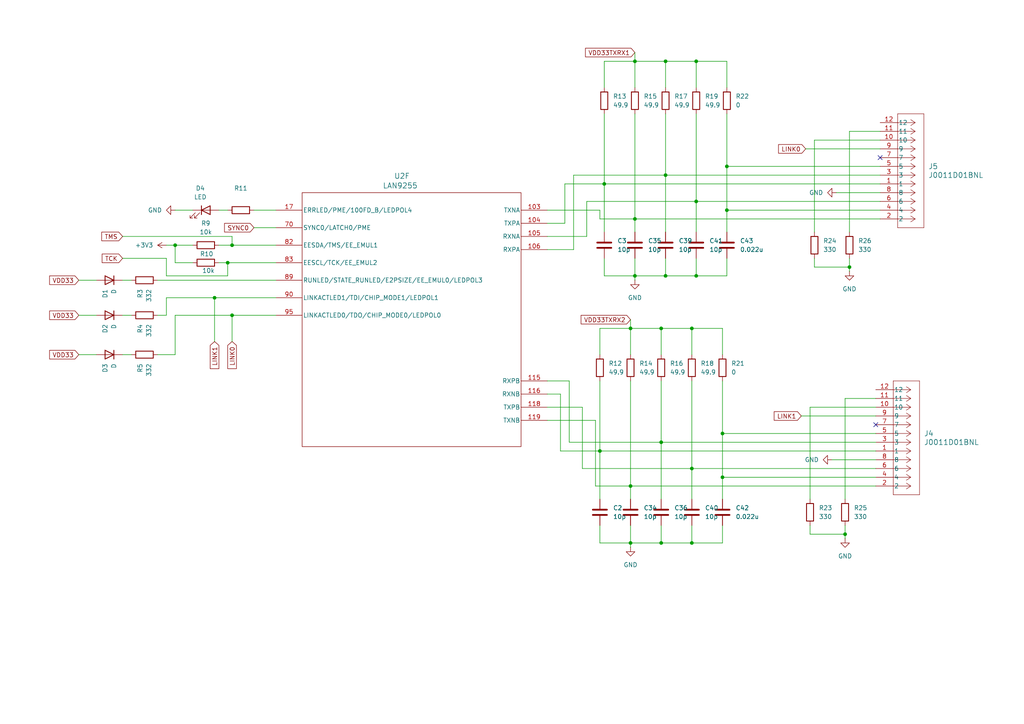
<source format=kicad_sch>
(kicad_sch (version 20231120) (generator "eeschema") (generator_version "8.0")
  (paper "A4")
  (lib_symbols
    (symbol "Device:C" (pin_numbers hide) (pin_names (offset 0.254))
      (property "Reference" "C" (at 0.635 2.54 0))
      (property "Value" "C" (at 0.635 -2.54 0))
      (symbol "C_0_1"
        (polyline (pts (xy -2.032 -0.762) (xy 2.032 -0.762)) (stroke (width 0.508)))
        (polyline (pts (xy -2.032 0.762) (xy 2.032 0.762)) (stroke (width 0.508)))
      )
      (symbol "C_1_1"
        (pin passive line (at 0 3.81 270) (length 2.794) (name "~") (number "1"))
        (pin passive line (at 0 -3.81 90) (length 2.794) (name "~") (number "2"))
      )
    )
    (symbol "Device:D" (pin_numbers hide) (pin_names (offset 1.016) hide)
      (property "Reference" "D" (at 0 2.54 0))
      (property "Value" "D" (at 0 -2.54 0))
      (symbol "D_0_1"
        (polyline (pts (xy -1.27 1.27) (xy -1.27 -1.27)) (stroke (width 0.254)))
        (polyline (pts (xy 1.27 0) (xy -1.27 0)))
        (polyline (pts (xy 1.27 1.27) (xy 1.27 -1.27) (xy -1.27 0) (xy 1.27 1.27)) (stroke (width 0.254)))
      )
      (symbol "D_1_1"
        (pin passive line (at -3.81 0 0) (length 2.54) (name "K") (number "1"))
        (pin passive line (at 3.81 0 180) (length 2.54) (name "A") (number "2"))
      )
    )
    (symbol "Device:LED" (pin_numbers hide) (pin_names (offset 1.016) hide)
      (property "Reference" "D" (at 0 2.54 0))
      (property "Value" "LED" (at 0 -2.54 0))
      (symbol "LED_0_1"
        (polyline (pts (xy -1.27 -1.27) (xy -1.27 1.27)) (stroke (width 0.254)))
        (polyline (pts (xy -1.27 0) (xy 1.27 0)))
        (polyline (pts (xy 1.27 -1.27) (xy 1.27 1.27) (xy -1.27 0) (xy 1.27 -1.27)) (stroke (width 0.254)))
        (polyline (pts (xy -3.048 -0.762) (xy -4.572 -2.286) (xy -3.81 -2.286) (xy -4.572 -2.286) (xy -4.572 -1.524)))
        (polyline (pts (xy -1.778 -0.762) (xy -3.302 -2.286) (xy -2.54 -2.286) (xy -3.302 -2.286) (xy -3.302 -1.524)))
      )
      (symbol "LED_1_1"
        (pin passive line (at -3.81 0 0) (length 2.54) (name "K") (number "1"))
        (pin passive line (at 3.81 0 180) (length 2.54) (name "A") (number "2"))
      )
    )
    (symbol "Device:R" (pin_numbers hide) (pin_names (offset 0))
      (property "Reference" "R" (at 2.032 0 90))
      (property "Value" "R" (at 0 0 90))
      (symbol "R_0_1"
        (rectangle (start -1.016 -2.54) (end 1.016 2.54) (stroke (width 0.254)))
      )
      (symbol "R_1_1"
        (pin passive line (at 0 3.81 270) (length 1.27) (name "~") (number "1"))
        (pin passive line (at 0 -3.81 90) (length 1.27) (name "~") (number "2"))
      )
    )
    (symbol "J0011D01BNL:J0011D01BNL" (pin_names (offset 0.254))
      (property "Reference" "J" (at 8.89 6.35 0))
      (property "Value" "J0011D01BNL" (at 0 0 0))
      (symbol "J0011D01BNL_0_1"
        (polyline (pts (xy 5.08 -30.48) (xy 12.7 -30.48)) (stroke (width 0.127)))
        (polyline (pts (xy 5.08 2.54) (xy 5.08 -30.48)) (stroke (width 0.127)))
        (polyline (pts (xy 10.16 -27.94) (xy 5.08 -27.94)) (stroke (width 0.127)))
        (polyline (pts (xy 10.16 -27.94) (xy 8.89 -28.7867)) (stroke (width 0.127)))
        (polyline (pts (xy 10.16 -27.94) (xy 8.89 -27.0933)) (stroke (width 0.127)))
        (polyline (pts (xy 10.16 -25.4) (xy 5.08 -25.4)) (stroke (width 0.127)))
        (polyline (pts (xy 10.16 -25.4) (xy 8.89 -26.2467)) (stroke (width 0.127)))
        (polyline (pts (xy 10.16 -25.4) (xy 8.89 -24.5533)) (stroke (width 0.127)))
        (polyline (pts (xy 10.16 -22.86) (xy 5.08 -22.86)) (stroke (width 0.127)))
        (polyline (pts (xy 10.16 -22.86) (xy 8.89 -23.7067)) (stroke (width 0.127)))
        (polyline (pts (xy 10.16 -22.86) (xy 8.89 -22.0133)) (stroke (width 0.127)))
        (polyline (pts (xy 10.16 -20.32) (xy 5.08 -20.32)) (stroke (width 0.127)))
        (polyline (pts (xy 10.16 -20.32) (xy 8.89 -21.1667)) (stroke (width 0.127)))
        (polyline (pts (xy 10.16 -20.32) (xy 8.89 -19.4733)) (stroke (width 0.127)))
        (polyline (pts (xy 10.16 -17.78) (xy 5.08 -17.78)) (stroke (width 0.127)))
        (polyline (pts (xy 10.16 -17.78) (xy 8.89 -18.6267)) (stroke (width 0.127)))
        (polyline (pts (xy 10.16 -17.78) (xy 8.89 -16.9333)) (stroke (width 0.127)))
        (polyline (pts (xy 10.16 -15.24) (xy 5.08 -15.24)) (stroke (width 0.127)))
        (polyline (pts (xy 10.16 -15.24) (xy 8.89 -16.0867)) (stroke (width 0.127)))
        (polyline (pts (xy 10.16 -15.24) (xy 8.89 -14.3933)) (stroke (width 0.127)))
        (polyline (pts (xy 10.16 -12.7) (xy 5.08 -12.7)) (stroke (width 0.127)))
        (polyline (pts (xy 10.16 -12.7) (xy 8.89 -13.5467)) (stroke (width 0.127)))
        (polyline (pts (xy 10.16 -12.7) (xy 8.89 -11.8533)) (stroke (width 0.127)))
        (polyline (pts (xy 10.16 -10.16) (xy 5.08 -10.16)) (stroke (width 0.127)))
        (polyline (pts (xy 10.16 -10.16) (xy 8.89 -11.0067)) (stroke (width 0.127)))
        (polyline (pts (xy 10.16 -10.16) (xy 8.89 -9.3133)) (stroke (width 0.127)))
        (polyline (pts (xy 10.16 -7.62) (xy 5.08 -7.62)) (stroke (width 0.127)))
        (polyline (pts (xy 10.16 -7.62) (xy 8.89 -8.4667)) (stroke (width 0.127)))
        (polyline (pts (xy 10.16 -7.62) (xy 8.89 -6.7733)) (stroke (width 0.127)))
        (polyline (pts (xy 10.16 -5.08) (xy 5.08 -5.08)) (stroke (width 0.127)))
        (polyline (pts (xy 10.16 -5.08) (xy 8.89 -5.9267)) (stroke (width 0.127)))
        (polyline (pts (xy 10.16 -5.08) (xy 8.89 -4.2333)) (stroke (width 0.127)))
        (polyline (pts (xy 10.16 -2.54) (xy 5.08 -2.54)) (stroke (width 0.127)))
        (polyline (pts (xy 10.16 -2.54) (xy 8.89 -3.3867)) (stroke (width 0.127)))
        (polyline (pts (xy 10.16 -2.54) (xy 8.89 -1.6933)) (stroke (width 0.127)))
        (polyline (pts (xy 10.16 0) (xy 5.08 0)) (stroke (width 0.127)))
        (polyline (pts (xy 10.16 0) (xy 8.89 -0.8467)) (stroke (width 0.127)))
        (polyline (pts (xy 10.16 0) (xy 8.89 0.8467)) (stroke (width 0.127)))
        (polyline (pts (xy 12.7 -30.48) (xy 12.7 2.54)) (stroke (width 0.127)))
        (polyline (pts (xy 12.7 2.54) (xy 5.08 2.54)) (stroke (width 0.127)))
        (pin unspecified line (at 0 -17.78 0) (length 5.08) (name "1") (number "1"))
        (pin unspecified line (at 0 -5.08 0) (length 5.08) (name "10") (number "10"))
        (pin unspecified line (at 0 -2.54 0) (length 5.08) (name "11") (number "11"))
        (pin unspecified line (at 0 0 0) (length 5.08) (name "12") (number "12"))
        (pin unspecified line (at 0 -27.94 0) (length 5.08) (name "2") (number "2"))
        (pin unspecified line (at 0 -15.24 0) (length 5.08) (name "3") (number "3"))
        (pin unspecified line (at 0 -25.4 0) (length 5.08) (name "4") (number "4"))
        (pin unspecified line (at 0 -12.7 0) (length 5.08) (name "5") (number "5"))
        (pin unspecified line (at 0 -22.86 0) (length 5.08) (name "6") (number "6"))
        (pin unspecified line (at 0 -10.16 0) (length 5.08) (name "7") (number "7"))
        (pin unspecified line (at 0 -20.32 0) (length 5.08) (name "8") (number "8"))
        (pin unspecified line (at 0 -7.62 0) (length 5.08) (name "9") (number "9"))
      )
    )
    (symbol "LAN9255_3" (pin_names (offset 0.254))
      (property "Reference" "U7" (at 48.006 -1.778 0))
      (property "Value" "LAN9255" (at 48.26 -5.334 0))
      (symbol "LAN9255_3_1_1"
        (rectangle (start 93.98 6.35) (end 160.02 -16.51))
        (pin bidirectional line (at 167.64 -10.16 180) (length 7.62) (name "WAIT_ACK/PME/LATCH0/EE_EMUL_SPI3") (number "18"))
        (pin bidirectional line (at 167.64 -2.54 180) (length 7.62) (name "D2/AD2/SOF/SIO2/EE_EMUL_SPI0") (number "24"))
        (pin bidirectional line (at 167.64 0 180) (length 7.62) (name "D1/AD1/EOF/SO/SIO1") (number "26"))
        (pin bidirectional line (at 167.64 2.54 180) (length 7.62) (name "D0/AD0/WD_STATE/SI/SIO0") (number "38"))
        (pin bidirectional line (at 167.64 -7.62 180) (length 7.62) (name "A1/ALELO/OE_EXT/MII_CLK25/EE_EMUL_SPI2") (number "53"))
        (pin bidirectional line (at 167.64 -5.08 180) (length 7.62) (name "D3/AD3/WE_TRIG/SIO3/EE_EMUL_SPI1") (number "71"))
      )
      (symbol "LAN9255_3_2_1"
        (rectangle (start 5.08 -7.62) (end 62.23 -25.4))
        (pin bidirectional line (at 69.85 -12.7 180) (length 7.62) (name "D5/AD5/OUTVALID/SCS#") (number "101"))
        (pin bidirectional line (at 69.85 -15.24 180) (length 7.62) (name "RBIAS") (number "111"))
        (pin bidirectional line (at -2.54 -12.7 0) (length 7.62) (name "SYNC1/LATCH1/PME") (number "39"))
        (pin bidirectional line (at -2.54 -15.24 0) (length 7.62) (name "D9/AD9/LATCH_IN/SCK") (number "41"))
        (pin unspecified line (at -2.54 -17.78 0) (length 7.62) (name "TESTMODE") (number "81"))
        (pin bidirectional line (at -2.54 -20.32 0) (length 7.62) (name "IRQ/LATCH1") (number "88"))
      )
      (symbol "LAN9255_3_3_1"
        (polyline (pts (xy 8.89 -97.79) (xy 63.5 -97.79)) (stroke (width 0.127)))
        (polyline (pts (xy 8.89 -6.35) (xy 8.89 -97.79)) (stroke (width 0.127)))
        (polyline (pts (xy 63.5 -6.35) (xy 8.89 -6.35)) (stroke (width 0.127)))
        (polyline (pts (xy 63.5 -6.35) (xy 63.5 -97.79)) (stroke (width 0.127)))
        (pin power_in line (at 1.27 -17.78 0) (length 7.62) (name "VDD33TXRX1") (number "102"))
        (pin power_in line (at 1.27 -85.09 0) (length 7.62) (name "VDDCORE") (number "109"))
        (pin power_in line (at 71.12 -45.72 180) (length 7.62) (name "VDD12TX1") (number "110"))
        (pin power_in line (at 1.27 -22.86 0) (length 7.62) (name "VDD33BIAS") (number "112"))
        (pin power_in line (at 71.12 -43.18 180) (length 7.62) (name "VDD12TX2") (number "113"))
        (pin power_in line (at 1.27 -82.55 0) (length 7.62) (name "VSW") (number "114"))
        (pin power_in line (at 1.27 -52.07 0) (length 7.62) (name "VDDIO_S") (number "117"))
        (pin power_in line (at 1.27 -38.1 0) (length 7.62) (name "VDDCR") (number "12"))
        (pin power_in line (at 1.27 -20.32 0) (length 7.62) (name "VDD33TXRX2") (number "124"))
        (pin unspecified line (at 1.27 -27.94 0) (length 7.62) (name "REG_EN") (number "13"))
        (pin power_out line (at 69.85 -83.82 180) (length 7.62) (name "GNDANA") (number "15"))
        (pin power_in line (at 69.85 -81.28 180) (length 7.62) (name "VDDANA") (number "16"))
        (pin power_in line (at 1.27 -73.66 0) (length 7.62) (name "VDDIO_J") (number "29"))
        (pin power_in line (at 1.27 -49.53 0) (length 7.62) (name "VDDIOB") (number "37"))
        (pin power_in line (at 71.12 -17.78 180) (length 7.62) hide (name "OSCVDD12") (number "4"))
        (pin power_in line (at 1.27 -63.5 0) (length 7.62) (name "VDDIO_J") (number "45"))
        (pin power_in line (at 1.27 -43.18 0) (length 7.62) (name "VDDCR") (number "52"))
        (pin power_out line (at 71.12 -15.24 180) (length 7.62) (name "OSCVSS") (number "6"))
        (pin power_in line (at 1.27 -66.04 0) (length 7.62) (name "VDDIO_J") (number "60"))
        (pin power_in line (at 1.27 -54.61 0) (length 7.62) (name "VDDIO_S") (number "65"))
        (pin power_in line (at 1.27 -15.24 0) (length 7.62) (name "VDD33") (number "7"))
        (pin power_in line (at 1.27 -68.58 0) (length 7.62) (name "VDDIO_J") (number "74"))
        (pin power_in line (at 1.27 -40.64 0) (length 7.62) (name "VDDCR") (number "76"))
        (pin power_in line (at 1.27 -71.12 0) (length 7.62) (name "VDDIO_J") (number "94"))
        (pin power_in line (at 1.27 -57.15 0) (length 7.62) (name "VDDIO_S") (number "97"))
        (pin power_out line (at 63.5 -66.04 180) (length 7.62) (name "VSS") (number "EPAD"))
      )
      (symbol "LAN9255_3_4_1"
        (polyline (pts (xy 7.62 -21.59) (xy 76.2 -21.59)) (stroke (width 0.127)))
        (polyline (pts (xy 7.62 5.08) (xy 7.62 -21.59)) (stroke (width 0.127)))
        (polyline (pts (xy 76.2 -21.59) (xy 76.2 5.08)) (stroke (width 0.127)))
        (polyline (pts (xy 76.2 5.08) (xy 7.62 5.08)) (stroke (width 0.127)))
        (pin output line (at 0 -1.27 0) (length 7.62) (name "OSCO") (number "1"))
        (pin unspecified line (at 83.82 1.27 180) (length 7.62) (name "RESETN_E53") (number "108"))
        (pin input line (at 0 2.54 0) (length 7.62) (name "OSCI") (number "128"))
        (pin bidirectional line (at 0 -7.62 0) (length 7.62) (name "CLK_25/CLK_25_EN/XTAL_MODE") (number "14"))
        (pin unspecified line (at 83.82 -6.35 180) (length 7.62) (name "RST#") (number "21"))
      )
      (symbol "LAN9255_3_5_1"
        (polyline (pts (xy 7.62 -17.78) (xy 29.21 -17.78)) (stroke (width 0.127)))
        (polyline (pts (xy 7.62 5.08) (xy 7.62 -17.78)) (stroke (width 0.127)))
        (polyline (pts (xy 29.21 -17.78) (xy 29.21 5.08)) (stroke (width 0.127)))
        (polyline (pts (xy 29.21 5.08) (xy 7.62 5.08)) (stroke (width 0.127)))
        (pin no_connect line (at 36.83 0 180) (length 7.62) (name "NC") (number "48"))
        (pin no_connect line (at 36.83 -7.62 180) (length 7.62) (name "NC") (number "75"))
        (pin no_connect line (at 36.83 -5.08 180) (length 7.62) (name "NC") (number "85"))
        (pin no_connect line (at 36.83 -2.54 180) (length 7.62) (name "NC") (number "86"))
      )
      (symbol "LAN9255_3_6_1"
        (rectangle (start 69.85 -5.08) (end 133.35 -78.74))
        (pin bidirectional line (at 140.97 -10.16 180) (length 7.62) (name "TXNA") (number "103"))
        (pin bidirectional line (at 140.97 -13.97 180) (length 7.62) (name "TXPA") (number "104"))
        (pin bidirectional line (at 140.97 -17.78 180) (length 7.62) (name "RXNA") (number "105"))
        (pin bidirectional line (at 140.97 -21.59 180) (length 7.62) (name "RXPA") (number "106"))
        (pin bidirectional line (at 140.97 -59.69 180) (length 7.62) (name "RXPB") (number "115"))
        (pin bidirectional line (at 140.97 -63.5 180) (length 7.62) (name "RXNB") (number "116"))
        (pin bidirectional line (at 140.97 -67.31 180) (length 7.62) (name "TXPB") (number "118"))
        (pin bidirectional line (at 140.97 -71.12 180) (length 7.62) (name "TXNB") (number "119"))
        (pin bidirectional line (at 62.23 -10.16 0) (length 7.62) (name "ERRLED/PME/100FD_B/LEDPOL4") (number "17"))
        (pin bidirectional line (at 62.23 -15.24 0) (length 7.62) (name "SYNC0/LATCH0/PME") (number "70"))
        (pin bidirectional line (at 62.23 -20.32 0) (length 7.62) (name "EESDA/TMS/EE_EMUL1") (number "82"))
        (pin bidirectional line (at 62.23 -25.4 0) (length 7.62) (name "EESCL/TCK/EE_EMUL2") (number "83"))
        (pin bidirectional line (at 62.23 -30.48 0) (length 7.62) (name "RUNLED/STATE_RUNLED/E2PSIZE/EE_EMUL0/LEDPOL3") (number "89"))
        (pin bidirectional line (at 62.23 -35.56 0) (length 7.62) (name "LINKACTLED1/TDI/CHIP_MODE1/LEDPOL1") (number "90"))
        (pin bidirectional line (at 62.23 -40.64 0) (length 7.62) (name "LINKACTLED0/TDO/CHIP_MODE0/LEDPOL0") (number "95"))
      )
      (symbol "LAN9255_3_7_1"
        (rectangle (start 64.77 7.62) (end 160.02 -60.96))
        (pin bidirectional line (at 167.64 -35.56 180) (length 7.62) (name "D4/AD4/DIGIO3/GPI3/GPO3/MII_LINK") (number "100"))
        (pin bidirectional line (at 167.64 -50.8 180) (length 7.62) (name "D14/AD14/DIGIO8/GPI8/GPO8/MII_TXD3/TX_SHIFT1") (number "31"))
        (pin bidirectional line (at 167.64 -48.26 180) (length 7.62) (name "D13/AD13/DIGIO7/GPI7/GPO7/MII_TXD2/TX_SHIFT0") (number "32"))
        (pin bidirectional line (at 167.64 -22.86 180) (length 7.62) (name "D12/AD12/DIGIO6/GPI6/GPO6/MII_TXD1/100FD_B") (number "49"))
        (pin bidirectional line (at 167.64 -20.32 180) (length 7.62) (name "D11/AD11/DIGIO5/GPI5/GPO5/MII_TXD0/100FD_A") (number "50"))
        (pin bidirectional line (at 167.64 -17.78 180) (length 7.62) (name "D10/AD10/DIGIO4/GPI4/GPO4/MII_TXEN") (number "51"))
        (pin bidirectional line (at 167.64 -10.16 180) (length 7.62) (name "A3/BE0/DIGIO11/GPI11/GPO11/MII_RXDV") (number "54"))
        (pin bidirectional line (at 167.64 -7.62 180) (length 7.62) (name "A4/BE1/DIGIO12/GPI12/GPO12/MII_RXD0") (number "55"))
        (pin bidirectional line (at 167.64 -5.08 180) (length 7.62) (name "CS/DIGIO13/GPI13/GPO13/MII_RXD1") (number "56"))
        (pin bidirectional line (at 167.64 -43.18 180) (length 7.62) (name "A2/ALEHI/DIGIO10/GPI10/GPO10/LINKACTLED2/EE_EMUL_ALELO_POL/MII_LINKPOL/LEDPOL2") (number "57"))
        (pin bidirectional line (at 167.64 0 180) (length 7.62) (name "WR/ENB/DIGIO14/GPI14/GPO14/MII_RXD2") (number "58"))
        (pin bidirectional line (at 167.64 2.54 180) (length 7.62) (name "RD/RD_WR/DIGIO15/GPI15/GPO15/MII_RXD3") (number "59"))
        (pin bidirectional line (at 167.64 -38.1 180) (length 7.62) (name "A0/D15/AD15/DIGIO9/GPI9/GPO9/MII_RXER") (number "66"))
        (pin bidirectional line (at 167.64 -27.94 180) (length 7.62) (name "D6/AD6/DIGIO0/GPI0/GPO0/MII_RXCLK") (number "72"))
        (pin bidirectional line (at 167.64 -30.48 180) (length 7.62) (name "D7/AD7/DIGIO1/GPI1/GPO1/MII_MDC") (number "78"))
        (pin bidirectional line (at 167.64 -33.02 180) (length 7.62) (name "D8/AD8/DIGIO2/GPI2/GPO2/MII_MDIO") (number "80"))
      )
      (symbol "LAN9255_3_8_1"
        (rectangle (start 118.11 6.35) (end 160.02 -78.74))
        (pin bidirectional line (at 167.64 -24.13 180) (length 7.62) (name "PA27") (number "107"))
        (pin bidirectional line (at 167.64 -29.21 180) (length 7.62) (name "PA30") (number "120"))
        (pin bidirectional line (at 167.64 -26.67 180) (length 7.62) (name "PA31") (number "121"))
        (pin bidirectional line (at 167.64 -60.96 180) (length 7.62) (name "PA04") (number "25"))
        (pin bidirectional line (at 167.64 -58.42 180) (length 7.62) (name "PA05") (number "27"))
        (pin bidirectional line (at 167.64 -55.88 180) (length 7.62) (name "PA06") (number "28"))
        (pin bidirectional line (at 167.64 -71.12 180) (length 7.62) (name "PA00") (number "3"))
        (pin bidirectional line (at 167.64 -53.34 180) (length 7.62) (name "PA07") (number "30"))
        (pin bidirectional line (at 167.64 -50.8 180) (length 7.62) (name "PA08") (number "33"))
        (pin bidirectional line (at 167.64 -48.26 180) (length 7.62) (name "PA09") (number "34"))
        (pin bidirectional line (at 167.64 -45.72 180) (length 7.62) (name "PA10") (number "35"))
        (pin bidirectional line (at 167.64 -43.18 180) (length 7.62) (name "PA11") (number "36"))
        (pin bidirectional line (at 167.64 -68.58 180) (length 7.62) (name "PA01") (number "5"))
        (pin bidirectional line (at 167.64 -40.64 180) (length 7.62) (name "PA12") (number "61"))
        (pin bidirectional line (at 167.64 -38.1 180) (length 7.62) (name "PA13") (number "62"))
        (pin bidirectional line (at 167.64 -35.56 180) (length 7.62) (name "PA14") (number "63"))
        (pin bidirectional line (at 167.64 -33.02 180) (length 7.62) (name "PA15") (number "64"))
        (pin bidirectional line (at 167.64 0 180) (length 7.62) (name "PA16") (number "67"))
        (pin bidirectional line (at 167.64 -2.54 180) (length 7.62) (name "PA17") (number "68"))
        (pin bidirectional line (at 167.64 -5.08 180) (length 7.62) (name "PA18") (number "69"))
        (pin bidirectional line (at 167.64 -7.62 180) (length 7.62) (name "PA19") (number "73"))
        (pin bidirectional line (at 167.64 -66.04 180) (length 7.62) (name "PA02") (number "8"))
        (pin bidirectional line (at 167.64 -10.16 180) (length 7.62) (name "PA20") (number "84"))
        (pin bidirectional line (at 167.64 -12.7 180) (length 7.62) (name "PA21") (number "87"))
        (pin bidirectional line (at 167.64 -63.5 180) (length 7.62) (name "PA03") (number "9"))
        (pin bidirectional line (at 167.64 -15.24 180) (length 7.62) (name "PA22") (number "91"))
        (pin bidirectional line (at 167.64 -17.78 180) (length 7.62) (name "PA23") (number "92"))
        (pin bidirectional line (at 167.64 -20.32 180) (length 7.62) (name "PA24") (number "93"))
        (pin bidirectional line (at 167.64 2.54 180) (length 7.62) (name "PA25") (number "96"))
      )
      (symbol "LAN9255_3_9_1"
        (rectangle (start 107.95 6.35) (end 160.02 -71.12))
        (pin bidirectional line (at 167.64 -1.27 180) (length 7.62) (name "PB04") (number "10"))
        (pin bidirectional line (at 167.64 -3.81 180) (length 7.62) (name "PB05") (number "11"))
        (pin bidirectional line (at 167.64 -35.56 180) (length 7.62) (name "PB30") (number "122"))
        (pin bidirectional line (at 167.64 -33.02 180) (length 7.62) (name "PB31") (number "123"))
        (pin bidirectional line (at 167.64 -60.96 180) (length 7.62) (name "PB00") (number "125"))
        (pin bidirectional line (at 167.64 -58.42 180) (length 7.62) (name "PB01") (number "126"))
        (pin bidirectional line (at 167.64 -55.88 180) (length 7.62) (name "PB02") (number "127"))
        (pin bidirectional line (at 167.64 -6.35 180) (length 7.62) (name "PB06") (number "19"))
        (pin bidirectional line (at 167.64 1.27 180) (length 7.62) (name "PB03") (number "2"))
        (pin bidirectional line (at 167.64 -8.89 180) (length 7.62) (name "PB07") (number "20"))
        (pin bidirectional line (at 167.64 -11.43 180) (length 7.62) (name "PB08") (number "22"))
        (pin bidirectional line (at 167.64 -13.97 180) (length 7.62) (name "PB09") (number "23"))
        (pin bidirectional line (at 167.64 -16.51 180) (length 7.62) (name "PB10") (number "40"))
        (pin bidirectional line (at 167.64 -19.05 180) (length 7.62) (name "PB11") (number "42"))
        (pin bidirectional line (at 167.64 -21.59 180) (length 7.62) (name "PB12") (number "43"))
        (pin bidirectional line (at 167.64 -24.13 180) (length 7.62) (name "PB13") (number "44"))
        (pin bidirectional line (at 167.64 -26.67 180) (length 7.62) (name "PB14") (number "46"))
        (pin bidirectional line (at 167.64 -29.21 180) (length 7.62) (name "PB15") (number "47"))
        (pin bidirectional line (at 167.64 -48.26 180) (length 7.62) (name "PB16") (number "77"))
        (pin bidirectional line (at 167.64 -45.72 180) (length 7.62) (name "PB17") (number "79"))
        (pin bidirectional line (at 167.64 -43.18 180) (length 7.62) (name "PB22") (number "98"))
        (pin bidirectional line (at 167.64 -40.64 180) (length 7.62) (name "PB23") (number "99"))
      )
    )
    (symbol "power:+3V3" (power) (pin_numbers hide) (pin_names (offset 0) hide)
      (property "Value" "+3V3" (at 0 3.556 0))
      (symbol "+3V3_0_1"
        (polyline (pts (xy -0.762 1.27) (xy 0 2.54)))
        (polyline (pts (xy 0 0) (xy 0 2.54)))
        (polyline (pts (xy 0 2.54) (xy 0.762 1.27)))
      )
      (symbol "+3V3_1_1"
        (pin power_in line (at 0 0 90) (length 0) (name "~") (number "1"))
      )
    )
    (symbol "power:GND" (power) (pin_numbers hide) (pin_names (offset 0) hide)
      (property "Value" "GND" (at 0 -3.81 0))
      (symbol "GND_0_1"
        (polyline (pts (xy 0 0) (xy 0 -1.27) (xy 1.27 -1.27) (xy 0 -2.54) (xy -1.27 -1.27) (xy 0 -1.27)))
      )
      (symbol "GND_1_1"
        (pin power_in line (at 0 0 270) (length 0) (name "~") (number "1"))
      )
    )
  )
  (junction (at 184.15 80.01))
  (junction (at 193.04 17.78))
  (junction (at 246.38 77.47))
  (junction (at 193.04 80.01))
  (junction (at 182.88 140.97))
  (junction (at 210.82 60.96))
  (junction (at 184.15 17.78))
  (junction (at 193.04 50.8))
  (junction (at 173.99 130.81))
  (junction (at 175.26 53.34))
  (junction (at 209.55 138.43))
  (junction (at 191.77 157.48))
  (junction (at 210.82 48.26))
  (junction (at 201.93 17.78))
  (junction (at 66.04 76.2))
  (junction (at 191.77 95.25))
  (junction (at 201.93 58.42))
  (junction (at 50.8 71.12))
  (junction (at 191.77 128.27))
  (junction (at 201.93 80.01))
  (junction (at 182.88 95.25))
  (junction (at 245.11 154.94))
  (junction (at 200.66 157.48))
  (junction (at 182.88 157.48))
  (junction (at 200.66 135.89))
  (junction (at 200.66 95.25))
  (junction (at 62.23 86.36))
  (junction (at 67.31 91.44))
  (junction (at 209.55 125.73))
  (junction (at 184.15 63.5))
  (junction (at 67.31 71.12))
  (no_connect (at 254 123.19))
  (no_connect (at 255.27 45.72))
  (wire (pts (xy 182.88 157.48) (xy 182.88 158.75)))
  (wire (pts (xy 236.22 67.31) (xy 236.22 40.64)))
  (wire (pts (xy 254 135.89) (xy 200.66 135.89)))
  (wire (pts (xy 63.5 71.12) (xy 67.31 71.12)))
  (wire (pts (xy 50.8 76.2) (xy 50.8 71.12)))
  (wire (pts (xy 191.77 95.25) (xy 182.88 95.25)))
  (wire (pts (xy 191.77 110.49) (xy 191.77 128.27)))
  (wire (pts (xy 22.86 102.87) (xy 27.94 102.87)))
  (wire (pts (xy 201.93 58.42) (xy 170.18 58.42)))
  (wire (pts (xy 200.66 135.89) (xy 168.91 135.89)))
  (wire (pts (xy 200.66 135.89) (xy 200.66 144.78)))
  (wire (pts (xy 158.75 72.39) (xy 166.37 72.39)))
  (wire (pts (xy 193.04 74.93) (xy 193.04 80.01)))
  (wire (pts (xy 158.75 114.3) (xy 162.56 114.3)))
  (wire (pts (xy 209.55 95.25) (xy 200.66 95.25)))
  (wire (pts (xy 66.04 76.2) (xy 80.01 76.2)))
  (wire (pts (xy 209.55 125.73) (xy 254 125.73)))
  (wire (pts (xy 182.88 152.4) (xy 182.88 157.48)))
  (wire (pts (xy 73.66 60.96) (xy 80.01 60.96)))
  (wire (pts (xy 254 128.27) (xy 191.77 128.27)))
  (wire (pts (xy 191.77 157.48) (xy 200.66 157.48)))
  (wire (pts (xy 246.38 77.47) (xy 246.38 78.74)))
  (wire (pts (xy 184.15 33.02) (xy 184.15 63.5)))
  (wire (pts (xy 209.55 110.49) (xy 209.55 125.73)))
  (wire (pts (xy 48.26 74.93) (xy 48.26 80.01)))
  (wire (pts (xy 35.56 68.58) (xy 67.31 68.58)))
  (wire (pts (xy 173.99 95.25) (xy 182.88 95.25)))
  (wire (pts (xy 193.04 17.78) (xy 184.15 17.78)))
  (wire (pts (xy 50.8 102.87) (xy 45.72 102.87)))
  (wire (pts (xy 209.55 138.43) (xy 254 138.43)))
  (wire (pts (xy 201.93 17.78) (xy 193.04 17.78)))
  (wire (pts (xy 210.82 33.02) (xy 210.82 48.26)))
  (wire (pts (xy 173.99 63.5) (xy 184.15 63.5)))
  (wire (pts (xy 165.1 110.49) (xy 158.75 110.49)))
  (wire (pts (xy 173.99 60.96) (xy 173.99 63.5)))
  (wire (pts (xy 201.93 74.93) (xy 201.93 80.01)))
  (wire (pts (xy 67.31 91.44) (xy 80.01 91.44)))
  (wire (pts (xy 48.26 80.01) (xy 66.04 80.01)))
  (wire (pts (xy 175.26 17.78) (xy 184.15 17.78)))
  (wire (pts (xy 173.99 130.81) (xy 173.99 144.78)))
  (wire (pts (xy 193.04 50.8) (xy 193.04 67.31)))
  (wire (pts (xy 158.75 60.96) (xy 173.99 60.96)))
  (wire (pts (xy 45.72 81.28) (xy 80.01 81.28)))
  (wire (pts (xy 35.56 91.44) (xy 38.1 91.44)))
  (wire (pts (xy 175.26 25.4) (xy 175.26 17.78)))
  (wire (pts (xy 50.8 71.12) (xy 55.88 71.12)))
  (wire (pts (xy 210.82 48.26) (xy 255.27 48.26)))
  (wire (pts (xy 184.15 63.5) (xy 184.15 67.31)))
  (wire (pts (xy 254 130.81) (xy 173.99 130.81)))
  (wire (pts (xy 184.15 80.01) (xy 184.15 81.28)))
  (wire (pts (xy 191.77 102.87) (xy 191.77 95.25)))
  (wire (pts (xy 182.88 92.71) (xy 182.88 95.25)))
  (wire (pts (xy 182.88 95.25) (xy 182.88 102.87)))
  (wire (pts (xy 182.88 110.49) (xy 182.88 140.97)))
  (wire (pts (xy 191.77 128.27) (xy 165.1 128.27)))
  (wire (pts (xy 234.95 144.78) (xy 234.95 118.11)))
  (wire (pts (xy 210.82 25.4) (xy 210.82 17.78)))
  (wire (pts (xy 48.26 86.36) (xy 48.26 91.44)))
  (wire (pts (xy 175.26 33.02) (xy 175.26 53.34)))
  (wire (pts (xy 67.31 71.12) (xy 80.01 71.12)))
  (wire (pts (xy 62.23 86.36) (xy 62.23 99.06)))
  (wire (pts (xy 209.55 138.43) (xy 209.55 144.78)))
  (wire (pts (xy 255.27 58.42) (xy 201.93 58.42)))
  (wire (pts (xy 236.22 74.93) (xy 236.22 77.47)))
  (wire (pts (xy 55.88 76.2) (xy 50.8 76.2)))
  (wire (pts (xy 200.66 157.48) (xy 209.55 157.48)))
  (wire (pts (xy 193.04 50.8) (xy 166.37 50.8)))
  (wire (pts (xy 234.95 118.11) (xy 254 118.11)))
  (wire (pts (xy 236.22 40.64) (xy 255.27 40.64)))
  (wire (pts (xy 48.26 86.36) (xy 62.23 86.36)))
  (wire (pts (xy 173.99 157.48) (xy 182.88 157.48)))
  (wire (pts (xy 210.82 60.96) (xy 255.27 60.96)))
  (wire (pts (xy 67.31 91.44) (xy 67.31 99.06)))
  (wire (pts (xy 210.82 60.96) (xy 210.82 67.31)))
  (wire (pts (xy 173.99 152.4) (xy 173.99 157.48)))
  (wire (pts (xy 200.66 95.25) (xy 191.77 95.25)))
  (wire (pts (xy 184.15 15.24) (xy 184.15 17.78)))
  (wire (pts (xy 210.82 48.26) (xy 210.82 60.96)))
  (wire (pts (xy 201.93 33.02) (xy 201.93 58.42)))
  (wire (pts (xy 191.77 128.27) (xy 191.77 144.78)))
  (wire (pts (xy 175.26 53.34) (xy 163.83 53.34)))
  (wire (pts (xy 35.56 81.28) (xy 38.1 81.28)))
  (wire (pts (xy 234.95 152.4) (xy 234.95 154.94)))
  (wire (pts (xy 184.15 17.78) (xy 184.15 25.4)))
  (wire (pts (xy 50.8 91.44) (xy 50.8 102.87)))
  (wire (pts (xy 67.31 68.58) (xy 67.31 71.12)))
  (wire (pts (xy 236.22 77.47) (xy 246.38 77.47)))
  (wire (pts (xy 200.66 102.87) (xy 200.66 95.25)))
  (wire (pts (xy 201.93 58.42) (xy 201.93 67.31)))
  (wire (pts (xy 209.55 125.73) (xy 209.55 138.43)))
  (wire (pts (xy 158.75 121.92) (xy 172.72 121.92)))
  (wire (pts (xy 175.26 74.93) (xy 175.26 80.01)))
  (wire (pts (xy 173.99 102.87) (xy 173.99 95.25)))
  (wire (pts (xy 246.38 38.1) (xy 246.38 67.31)))
  (wire (pts (xy 201.93 80.01) (xy 210.82 80.01)))
  (wire (pts (xy 193.04 80.01) (xy 201.93 80.01)))
  (wire (pts (xy 193.04 33.02) (xy 193.04 50.8)))
  (wire (pts (xy 245.11 154.94) (xy 245.11 156.21)))
  (wire (pts (xy 35.56 102.87) (xy 38.1 102.87)))
  (wire (pts (xy 173.99 110.49) (xy 173.99 130.81)))
  (wire (pts (xy 63.5 76.2) (xy 66.04 76.2)))
  (wire (pts (xy 254 115.57) (xy 245.11 115.57)))
  (wire (pts (xy 245.11 115.57) (xy 245.11 144.78)))
  (wire (pts (xy 241.3 133.35) (xy 254 133.35)))
  (wire (pts (xy 66.04 76.2) (xy 66.04 80.01)))
  (wire (pts (xy 255.27 50.8) (xy 193.04 50.8)))
  (wire (pts (xy 172.72 121.92) (xy 172.72 140.97)))
  (wire (pts (xy 245.11 152.4) (xy 245.11 154.94)))
  (wire (pts (xy 73.66 66.04) (xy 80.01 66.04)))
  (wire (pts (xy 255.27 38.1) (xy 246.38 38.1)))
  (wire (pts (xy 35.56 74.93) (xy 48.26 74.93)))
  (wire (pts (xy 175.26 53.34) (xy 175.26 67.31)))
  (wire (pts (xy 170.18 68.58) (xy 170.18 58.42)))
  (wire (pts (xy 232.41 120.65) (xy 254 120.65)))
  (wire (pts (xy 175.26 80.01) (xy 184.15 80.01)))
  (wire (pts (xy 191.77 152.4) (xy 191.77 157.48)))
  (wire (pts (xy 22.86 91.44) (xy 27.94 91.44)))
  (wire (pts (xy 158.75 64.77) (xy 163.83 64.77)))
  (wire (pts (xy 242.57 55.88) (xy 255.27 55.88)))
  (wire (pts (xy 166.37 50.8) (xy 166.37 72.39)))
  (wire (pts (xy 48.26 71.12) (xy 50.8 71.12)))
  (wire (pts (xy 246.38 74.93) (xy 246.38 77.47)))
  (wire (pts (xy 50.8 91.44) (xy 67.31 91.44)))
  (wire (pts (xy 210.82 74.93) (xy 210.82 80.01)))
  (wire (pts (xy 184.15 80.01) (xy 193.04 80.01)))
  (wire (pts (xy 158.75 68.58) (xy 170.18 68.58)))
  (wire (pts (xy 209.55 102.87) (xy 209.55 95.25)))
  (wire (pts (xy 163.83 64.77) (xy 163.83 53.34)))
  (wire (pts (xy 233.68 43.18) (xy 255.27 43.18)))
  (wire (pts (xy 200.66 110.49) (xy 200.66 135.89)))
  (wire (pts (xy 200.66 152.4) (xy 200.66 157.48)))
  (wire (pts (xy 158.75 118.11) (xy 168.91 118.11)))
  (wire (pts (xy 162.56 130.81) (xy 162.56 114.3)))
  (wire (pts (xy 184.15 63.5) (xy 255.27 63.5)))
  (wire (pts (xy 50.8 60.96) (xy 55.88 60.96)))
  (wire (pts (xy 172.72 140.97) (xy 182.88 140.97)))
  (wire (pts (xy 168.91 135.89) (xy 168.91 118.11)))
  (wire (pts (xy 193.04 25.4) (xy 193.04 17.78)))
  (wire (pts (xy 184.15 74.93) (xy 184.15 80.01)))
  (wire (pts (xy 182.88 140.97) (xy 254 140.97)))
  (wire (pts (xy 165.1 128.27) (xy 165.1 110.49)))
  (wire (pts (xy 255.27 53.34) (xy 175.26 53.34)))
  (wire (pts (xy 63.5 60.96) (xy 66.04 60.96)))
  (wire (pts (xy 182.88 157.48) (xy 191.77 157.48)))
  (wire (pts (xy 62.23 86.36) (xy 80.01 86.36)))
  (wire (pts (xy 173.99 130.81) (xy 162.56 130.81)))
  (wire (pts (xy 234.95 154.94) (xy 245.11 154.94)))
  (wire (pts (xy 201.93 25.4) (xy 201.93 17.78)))
  (wire (pts (xy 210.82 17.78) (xy 201.93 17.78)))
  (wire (pts (xy 48.26 91.44) (xy 45.72 91.44)))
  (wire (pts (xy 182.88 140.97) (xy 182.88 144.78)))
  (wire (pts (xy 22.86 81.28) (xy 27.94 81.28)))
  (wire (pts (xy 209.55 152.4) (xy 209.55 157.48)))
  (global_label "LINK1" (shape input) (at 232.41 120.65 180) (property "Intersheetrefs" "${INTERSHEET_REFS}" (effects (hide yes))))
  (global_label "VDD33" (shape input) (at 22.86 81.28 180) (property "Intersheetrefs" "${INTERSHEET_REFS}" (effects (hide yes))))
  (global_label "TCK" (shape input) (at 35.56 74.93 180) (property "Intersheetrefs" "${INTERSHEET_REFS}" (effects (hide yes))))
  (global_label "LINK0" (shape input) (at 67.31 99.06 270) (property "Intersheetrefs" "${INTERSHEET_REFS}" (effects (hide yes))))
  (global_label "VDD33TXRX1" (shape input) (at 184.15 15.24 180) (property "Intersheetrefs" "${INTERSHEET_REFS}" (effects (hide yes))))
  (global_label "VDD33" (shape input) (at 22.86 91.44 180) (property "Intersheetrefs" "${INTERSHEET_REFS}" (effects (hide yes))))
  (global_label "SYNC0" (shape input) (at 73.66 66.04 180) (property "Intersheetrefs" "${INTERSHEET_REFS}" (effects (hide yes))))
  (global_label "VDD33TXRX2" (shape input) (at 182.88 92.71 180) (property "Intersheetrefs" "${INTERSHEET_REFS}" (effects (hide yes))))
  (global_label "VDD33" (shape input) (at 22.86 102.87 180) (property "Intersheetrefs" "${INTERSHEET_REFS}" (effects (hide yes))))
  (global_label "LINK0" (shape input) (at 233.68 43.18 180) (property "Intersheetrefs" "${INTERSHEET_REFS}" (effects (hide yes))))
  (global_label "TMS" (shape input) (at 35.56 68.58 180) (property "Intersheetrefs" "${INTERSHEET_REFS}" (effects (hide yes))))
  (global_label "LINK1" (shape input) (at 62.23 99.06 270) (property "Intersheetrefs" "${INTERSHEET_REFS}" (effects (hide yes))))
  (symbol (lib_id "power:GND") (at 184.15 81.28 0) (unit 1)
    (property "Reference" "#PWR027" (effects (hide yes)))
    (property "Value" "GND" (at 184.15 86.36 0))
    (property "Description" "Power symbol creates a global label with name \"GND\" , ground" (effects (hide yes)))
  )
  (symbol (lib_id "Device:R") (at 59.69 71.12 90) (unit 1)
    (property "Reference" "R9" (at 59.69 64.77 90))
    (property "Value" "10k" (at 59.69 67.31 90))
    (property "Footprint" "Resistor_SMD:R_0805_2012Metric" (effects (hide yes)))
    (property "Description" "Resistor" (effects (hide yes)))
  )
  (symbol (lib_id "Device:C") (at 210.82 71.12 0) (unit 1)
    (property "Reference" "C43" (at 214.63 69.8499 0) (effects (justify left)))
    (property "Value" "0.022u" (at 214.63 72.3899 0) (effects (justify left)))
    (property "Footprint" "Capacitor_SMD:C_0805_2012Metric" (effects (hide yes)))
    (property "Description" "Unpolarized capacitor" (effects (hide yes)))
  )
  (symbol (lib_id "Device:D") (at 31.75 91.44 0) (mirror y) (unit 1)
    (property "Reference" "D2" (at 30.4799 93.98 90) (effects (justify right)))
    (property "Value" "D" (at 33.0199 93.98 90) (effects (justify right)))
    (property "Footprint" "Diode_SMD:D_0805_2012Metric" (effects (hide yes)))
    (property "Description" "Diode" (effects (hide yes)))
    (property "Sim.Device" "D" (effects (hide yes)))
    (property "Sim.Pins" "1=K 2=A" (effects (hide yes)))
  )
  (symbol (lib_id "power:GND") (at 50.8 60.96 270) (unit 1)
    (property "Reference" "#PWR025" (effects (hide yes)))
    (property "Value" "GND" (at 46.99 60.9599 90) (effects (justify right)))
    (property "Description" "Power symbol creates a global label with name \"GND\" , ground" (effects (hide yes)))
  )
  (symbol (lib_id "Device:D") (at 31.75 81.28 0) (mirror y) (unit 1)
    (property "Reference" "D1" (at 30.4799 83.82 90) (effects (justify right)))
    (property "Value" "D" (at 33.0199 83.82 90) (effects (justify right)))
    (property "Footprint" "Diode_SMD:D_0805_2012Metric" (effects (hide yes)))
    (property "Description" "Diode" (effects (hide yes)))
    (property "Sim.Device" "D" (effects (hide yes)))
    (property "Sim.Pins" "1=K 2=A" (effects (hide yes)))
  )
  (symbol (lib_id "power:+3V3") (at 48.26 71.12 90) (unit 1)
    (property "Reference" "#PWR03" (effects (hide yes)))
    (property "Value" "+3V3" (at 44.45 71.1199 90) (effects (justify left)))
    (property "Description" "Power symbol creates a global label with name \"+3V3\"" (effects (hide yes)))
  )
  (symbol (lib_name "LAN9255_3") (lib_id "LAN9255:LAN9255") (at 17.78 50.8 0) (unit 6)
    (property "Reference" "U2" (at 116.586 51.054 0) (effects (font (size 1.524 1.524))))
    (property "Value" "LAN9255" (at 116.078 53.848 0) (effects (font (size 1.524 1.524))))
    (property "Footprint" "LAN9255:128-TQFP_9.0EPAD_MCH" (effects (hide yes)))
    (property "Datasheet" "LAN9255" (effects (hide yes)))
  )
  (symbol (lib_id "power:GND") (at 241.3 133.35 270) (unit 1)
    (property "Reference" "#PWR028" (effects (hide yes)))
    (property "Value" "GND" (at 237.49 133.3499 90) (effects (justify right)))
    (property "Description" "Power symbol creates a global label with name \"GND\" , ground" (effects (hide yes)))
  )
  (symbol (lib_id "Device:R") (at 193.04 29.21 0) (unit 1)
    (property "Reference" "R17" (at 195.58 27.9399 0) (effects (justify left)))
    (property "Value" "49.9" (at 195.58 30.4799 0) (effects (justify left)))
    (property "Footprint" "Resistor_SMD:R_0805_2012Metric" (effects (hide yes)))
    (property "Description" "Resistor" (effects (hide yes)))
  )
  (symbol (lib_id "Device:C") (at 175.26 71.12 0) (unit 1)
    (property "Reference" "C3" (at 179.07 69.8499 0) (effects (justify left)))
    (property "Value" "10p" (at 179.07 72.3899 0) (effects (justify left)))
    (property "Footprint" "Capacitor_SMD:C_0805_2012Metric" (effects (hide yes)))
    (property "Description" "Unpolarized capacitor" (effects (hide yes)))
  )
  (symbol (lib_id "Device:C") (at 182.88 148.59 0) (unit 1)
    (property "Reference" "C34" (at 186.69 147.3199 0) (effects (justify left)))
    (property "Value" "10p" (at 186.69 149.8599 0) (effects (justify left)))
    (property "Footprint" "Capacitor_SMD:C_0805_2012Metric" (effects (hide yes)))
    (property "Description" "Unpolarized capacitor" (effects (hide yes)))
  )
  (symbol (lib_id "Device:D") (at 31.75 102.87 0) (mirror y) (unit 1)
    (property "Reference" "D3" (at 30.4799 105.41 90) (effects (justify right)))
    (property "Value" "D" (at 33.0199 105.41 90) (effects (justify right)))
    (property "Footprint" "Diode_SMD:D_0805_2012Metric" (effects (hide yes)))
    (property "Description" "Diode" (effects (hide yes)))
    (property "Sim.Device" "D" (effects (hide yes)))
    (property "Sim.Pins" "1=K 2=A" (effects (hide yes)))
  )
  (symbol (lib_id "Device:C") (at 193.04 71.12 0) (unit 1)
    (property "Reference" "C39" (at 196.85 69.8499 0) (effects (justify left)))
    (property "Value" "10p" (at 196.85 72.3899 0) (effects (justify left)))
    (property "Footprint" "Capacitor_SMD:C_0805_2012Metric" (effects (hide yes)))
    (property "Description" "Unpolarized capacitor" (effects (hide yes)))
  )
  (symbol (lib_id "Device:C") (at 201.93 71.12 0) (unit 1)
    (property "Reference" "C41" (at 205.74 69.8499 0) (effects (justify left)))
    (property "Value" "10p" (at 205.74 72.3899 0) (effects (justify left)))
    (property "Footprint" "Capacitor_SMD:C_0805_2012Metric" (effects (hide yes)))
    (property "Description" "Unpolarized capacitor" (effects (hide yes)))
  )
  (symbol (lib_id "Device:C") (at 184.15 71.12 0) (unit 1)
    (property "Reference" "C35" (at 187.96 69.8499 0) (effects (justify left)))
    (property "Value" "10p" (at 187.96 72.3899 0) (effects (justify left)))
    (property "Footprint" "Capacitor_SMD:C_0805_2012Metric" (effects (hide yes)))
    (property "Description" "Unpolarized capacitor" (effects (hide yes)))
  )
  (symbol (lib_id "Device:C") (at 191.77 148.59 0) (unit 1)
    (property "Reference" "C36" (at 195.58 147.3199 0) (effects (justify left)))
    (property "Value" "10p" (at 195.58 149.8599 0) (effects (justify left)))
    (property "Footprint" "Capacitor_SMD:C_0805_2012Metric" (effects (hide yes)))
    (property "Description" "Unpolarized capacitor" (effects (hide yes)))
  )
  (symbol (lib_id "Device:R") (at 41.91 81.28 270) (mirror x) (unit 1)
    (property "Reference" "R3" (at 40.6399 83.82 0) (effects (justify right)))
    (property "Value" "332" (at 43.1799 83.82 0) (effects (justify right)))
    (property "Footprint" "Resistor_SMD:R_0805_2012Metric" (effects (hide yes)))
    (property "Description" "Resistor" (effects (hide yes)))
  )
  (symbol (lib_id "Device:R") (at 201.93 29.21 0) (unit 1)
    (property "Reference" "R19" (at 204.47 27.9399 0) (effects (justify left)))
    (property "Value" "49.9" (at 204.47 30.4799 0) (effects (justify left)))
    (property "Footprint" "Resistor_SMD:R_0805_2012Metric" (effects (hide yes)))
    (property "Description" "Resistor" (effects (hide yes)))
  )
  (symbol (lib_id "J0011D01BNL:J0011D01BNL") (at 254 113.03 0) (unit 1)
    (property "Reference" "J4" (at 267.97 125.7299 0) (effects (font (size 1.524 1.524)) (justify left)))
    (property "Value" "J0011D01BNL" (at 267.97 128.2699 0) (effects (font (size 1.524 1.524)) (justify left)))
    (property "Footprint" "J0011D01BNL:CONN12_011D01BNL_PUL" (effects (hide yes)))
    (property "Datasheet" "J0011D01BNL" (effects (hide yes)))
  )
  (symbol (lib_id "Device:R") (at 200.66 106.68 0) (unit 1)
    (property "Reference" "R18" (at 203.2 105.4099 0) (effects (justify left)))
    (property "Value" "49.9" (at 203.2 107.9499 0) (effects (justify left)))
    (property "Footprint" "Resistor_SMD:R_0805_2012Metric" (effects (hide yes)))
    (property "Description" "Resistor" (effects (hide yes)))
  )
  (symbol (lib_id "Device:C") (at 209.55 148.59 0) (unit 1)
    (property "Reference" "C42" (at 213.36 147.3199 0) (effects (justify left)))
    (property "Value" "0.022u" (at 213.36 149.8599 0) (effects (justify left)))
    (property "Footprint" "Capacitor_SMD:C_0805_2012Metric" (effects (hide yes)))
    (property "Description" "Unpolarized capacitor" (effects (hide yes)))
  )
  (symbol (lib_id "power:GND") (at 242.57 55.88 270) (unit 1)
    (property "Reference" "#PWR029" (effects (hide yes)))
    (property "Value" "GND" (at 238.76 55.8799 90) (effects (justify right)))
    (property "Description" "Power symbol creates a global label with name \"GND\" , ground" (effects (hide yes)))
  )
  (symbol (lib_id "Device:R") (at 246.38 71.12 0) (unit 1)
    (property "Reference" "R26" (at 248.92 69.8499 0) (effects (justify left)))
    (property "Value" "330" (at 248.92 72.3899 0) (effects (justify left)))
    (property "Footprint" "Resistor_SMD:R_0805_2012Metric" (effects (hide yes)))
    (property "Description" "Resistor" (effects (hide yes)))
  )
  (symbol (lib_id "Device:C") (at 200.66 148.59 0) (unit 1)
    (property "Reference" "C40" (at 204.47 147.3199 0) (effects (justify left)))
    (property "Value" "10p" (at 204.47 149.8599 0) (effects (justify left)))
    (property "Footprint" "Capacitor_SMD:C_0805_2012Metric" (effects (hide yes)))
    (property "Description" "Unpolarized capacitor" (effects (hide yes)))
  )
  (symbol (lib_id "Device:R") (at 210.82 29.21 0) (unit 1)
    (property "Reference" "R22" (at 213.36 27.9399 0) (effects (justify left)))
    (property "Value" "0" (at 213.36 30.4799 0) (effects (justify left)))
    (property "Footprint" "Resistor_SMD:R_0805_2012Metric" (effects (hide yes)))
    (property "Description" "Resistor" (effects (hide yes)))
  )
  (symbol (lib_id "Device:R") (at 234.95 148.59 0) (unit 1)
    (property "Reference" "R23" (at 237.49 147.3199 0) (effects (justify left)))
    (property "Value" "330" (at 237.49 149.8599 0) (effects (justify left)))
    (property "Footprint" "Resistor_SMD:R_0805_2012Metric" (effects (hide yes)))
    (property "Description" "Resistor" (effects (hide yes)))
  )
  (symbol (lib_id "Device:R") (at 209.55 106.68 0) (unit 1)
    (property "Reference" "R21" (at 212.09 105.4099 0) (effects (justify left)))
    (property "Value" "0" (at 212.09 107.9499 0) (effects (justify left)))
    (property "Footprint" "Resistor_SMD:R_0805_2012Metric" (effects (hide yes)))
    (property "Description" "Resistor" (effects (hide yes)))
  )
  (symbol (lib_id "Device:LED") (at 59.69 60.96 0) (unit 1)
    (property "Reference" "D4" (at 58.1025 54.61 0))
    (property "Value" "LED" (at 58.1025 57.15 0))
    (property "Footprint" "LED_SMD:LED_0805_2012Metric" (effects (hide yes)))
    (property "Description" "Light emitting diode" (effects (hide yes)))
  )
  (symbol (lib_id "Device:R") (at 236.22 71.12 0) (unit 1)
    (property "Reference" "R24" (at 238.76 69.8499 0) (effects (justify left)))
    (property "Value" "330" (at 238.76 72.3899 0) (effects (justify left)))
    (property "Footprint" "Resistor_SMD:R_0805_2012Metric" (effects (hide yes)))
    (property "Description" "Resistor" (effects (hide yes)))
  )
  (symbol (lib_id "power:GND") (at 246.38 78.74 0) (unit 1)
    (property "Reference" "#PWR032" (effects (hide yes)))
    (property "Value" "GND" (at 246.38 83.82 0))
    (property "Description" "Power symbol creates a global label with name \"GND\" , ground" (effects (hide yes)))
  )
  (symbol (lib_id "power:GND") (at 245.11 156.21 0) (unit 1)
    (property "Reference" "#PWR031" (effects (hide yes)))
    (property "Value" "GND" (at 245.11 161.29 0))
    (property "Description" "Power symbol creates a global label with name \"GND\" , ground" (effects (hide yes)))
  )
  (symbol (lib_id "Device:R") (at 191.77 106.68 0) (unit 1)
    (property "Reference" "R16" (at 194.31 105.4099 0) (effects (justify left)))
    (property "Value" "49.9" (at 194.31 107.9499 0) (effects (justify left)))
    (property "Footprint" "Resistor_SMD:R_0805_2012Metric" (effects (hide yes)))
    (property "Description" "Resistor" (effects (hide yes)))
  )
  (symbol (lib_id "Device:R") (at 59.69 76.2 90) (unit 1)
    (property "Reference" "R10" (at 59.944 73.66 90))
    (property "Value" "10k" (at 60.452 78.486 90))
    (property "Footprint" "Resistor_SMD:R_0805_2012Metric" (effects (hide yes)))
    (property "Description" "Resistor" (effects (hide yes)))
  )
  (symbol (lib_id "power:GND") (at 182.88 158.75 0) (unit 1)
    (property "Reference" "#PWR026" (effects (hide yes)))
    (property "Value" "GND" (at 182.88 163.83 0))
    (property "Description" "Power symbol creates a global label with name \"GND\" , ground" (effects (hide yes)))
  )
  (symbol (lib_id "Device:R") (at 245.11 148.59 0) (unit 1)
    (property "Reference" "R25" (at 247.65 147.3199 0) (effects (justify left)))
    (property "Value" "330" (at 247.65 149.8599 0) (effects (justify left)))
    (property "Footprint" "Resistor_SMD:R_0805_2012Metric" (effects (hide yes)))
    (property "Description" "Resistor" (effects (hide yes)))
  )
  (symbol (lib_id "Device:R") (at 41.91 91.44 270) (mirror x) (unit 1)
    (property "Reference" "R4" (at 40.6399 93.98 0) (effects (justify right)))
    (property "Value" "332" (at 43.1799 93.98 0) (effects (justify right)))
    (property "Footprint" "Resistor_SMD:R_0805_2012Metric" (effects (hide yes)))
    (property "Description" "Resistor" (effects (hide yes)))
  )
  (symbol (lib_id "Device:R") (at 69.85 60.96 90) (unit 1)
    (property "Reference" "R11" (at 69.85 54.61 90))
    (property "Value" "1k" (effects (hide yes)))
    (property "Footprint" "Resistor_SMD:R_0805_2012Metric" (effects (hide yes)))
    (property "Description" "Resistor" (effects (hide yes)))
  )
  (symbol (lib_id "Device:R") (at 175.26 29.21 0) (unit 1)
    (property "Reference" "R13" (at 177.8 27.9399 0) (effects (justify left)))
    (property "Value" "49.9" (at 177.8 30.4799 0) (effects (justify left)))
    (property "Footprint" "Resistor_SMD:R_0805_2012Metric" (effects (hide yes)))
    (property "Description" "Resistor" (effects (hide yes)))
  )
  (symbol (lib_id "J0011D01BNL:J0011D01BNL") (at 255.27 35.56 0) (unit 1)
    (property "Reference" "J5" (at 269.24 48.2599 0) (effects (font (size 1.524 1.524)) (justify left)))
    (property "Value" "J0011D01BNL" (at 269.24 50.7999 0) (effects (font (size 1.524 1.524)) (justify left)))
    (property "Footprint" "J0011D01BNL:CONN12_011D01BNL_PUL" (effects (hide yes)))
    (property "Datasheet" "J0011D01BNL" (effects (hide yes)))
  )
  (symbol (lib_id "Device:C") (at 173.99 148.59 0) (unit 1)
    (property "Reference" "C2" (at 177.8 147.3199 0) (effects (justify left)))
    (property "Value" "10p" (at 177.8 149.8599 0) (effects (justify left)))
    (property "Footprint" "Capacitor_SMD:C_0805_2012Metric" (effects (hide yes)))
    (property "Description" "Unpolarized capacitor" (effects (hide yes)))
  )
  (symbol (lib_id "Device:R") (at 41.91 102.87 270) (mirror x) (unit 1)
    (property "Reference" "R5" (at 40.6399 105.41 0) (effects (justify right)))
    (property "Value" "332" (at 43.1799 105.41 0) (effects (justify right)))
    (property "Footprint" "Resistor_SMD:R_0805_2012Metric" (effects (hide yes)))
    (property "Description" "Resistor" (effects (hide yes)))
  )
  (symbol (lib_id "Device:R") (at 184.15 29.21 0) (unit 1)
    (property "Reference" "R15" (at 186.69 27.9399 0) (effects (justify left)))
    (property "Value" "49.9" (at 186.69 30.4799 0) (effects (justify left)))
    (property "Footprint" "Resistor_SMD:R_0805_2012Metric" (effects (hide yes)))
    (property "Description" "Resistor" (effects (hide yes)))
  )
  (symbol (lib_id "Device:R") (at 173.99 106.68 0) (unit 1)
    (property "Reference" "R12" (at 176.53 105.4099 0) (effects (justify left)))
    (property "Value" "49.9" (at 176.53 107.9499 0) (effects (justify left)))
    (property "Footprint" "Resistor_SMD:R_0805_2012Metric" (effects (hide yes)))
    (property "Description" "Resistor" (effects (hide yes)))
  )
  (symbol (lib_id "Device:R") (at 182.88 106.68 0) (unit 1)
    (property "Reference" "R14" (at 185.42 105.4099 0) (effects (justify left)))
    (property "Value" "49.9" (at 185.42 107.9499 0) (effects (justify left)))
    (property "Footprint" "Resistor_SMD:R_0805_2012Metric" (effects (hide yes)))
    (property "Description" "Resistor" (effects (hide yes)))
  )
)
</source>
